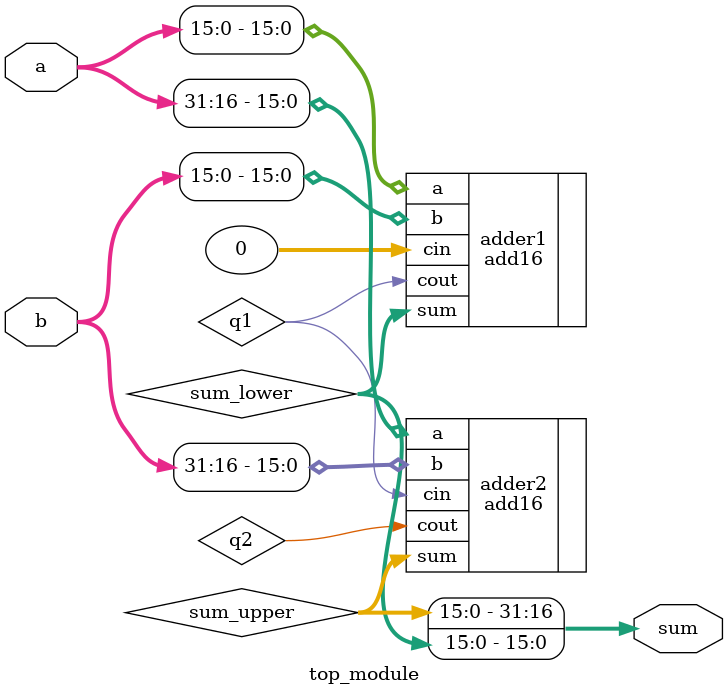
<source format=sv>
module top_module(
	input [31:0] a,
	input [31:0] b,
	output [31:0] sum
);
	wire q1, q2;
	wire[15:0] sum_upper;
	wire[15:0] sum_lower;
	add16 adder1(.a(a[15:0]), .b(b[15:0]), .cin(0), .cout(q1), .sum(sum_lower));
	add16 adder2(.a(a[31:16]), .b(b[31:16]), .cin(q1), .cout(q2), .sum(sum_upper));
	assign sum = {sum_upper, sum_lower};
endmodule

</source>
